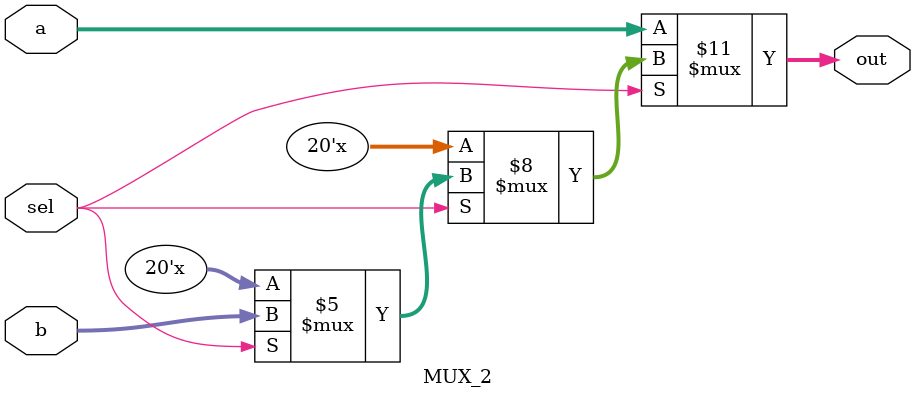
<source format=v>
module MUX_2 #(parameter SIZE = 19)(a, b, sel, out);
	input [SIZE:0] a, b;
	input sel;
	output reg [SIZE:0] out;
	always @(*) begin
		if(sel == 1'b0)
			out = a;
		else if (sel == 1'b1)
			out = b;
	end
endmodule
</source>
